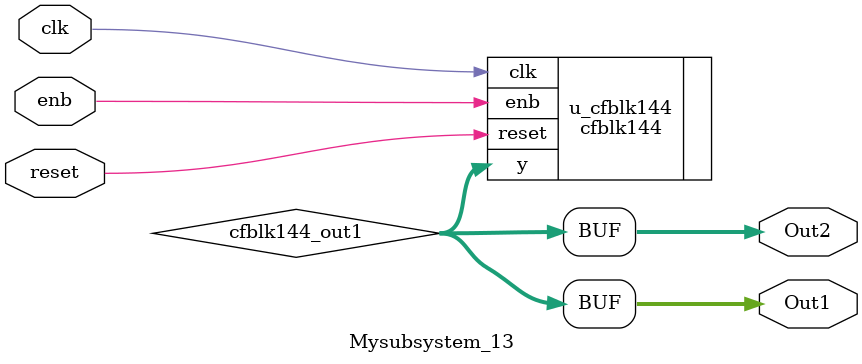
<source format=v>



`timescale 1 ns / 1 ns

module Mysubsystem_13
          (clk,
           reset,
           enb,
           Out1,
           Out2);


  input   clk;
  input   reset;
  input   enb;
  output  [7:0] Out1;  // uint8
  output  [7:0] Out2;  // uint8


  wire [7:0] cfblk144_out1;  // uint8


  cfblk144 u_cfblk144 (.clk(clk),
                       .reset(reset),
                       .enb(enb),
                       .y(cfblk144_out1)  // uint8
                       );

  assign Out1 = cfblk144_out1;

  assign Out2 = cfblk144_out1;

endmodule  // Mysubsystem_13


</source>
